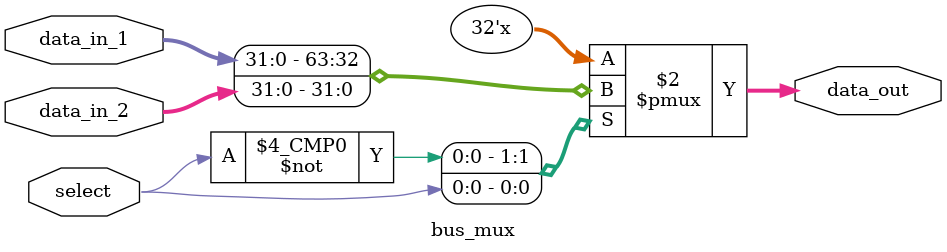
<source format=v>
module bus_mux ( 
	input wire [31:0] data_in_1,
	input wire [31:0] data_in_2,
	input wire select,
	
	output reg [31:0] data_out

);
	
	always @ (*) begin
		case (select)
			0	:	data_out = data_in_1;
			1	:	data_out = data_in_2;
		endcase	
		
	end	
	

endmodule

</source>
